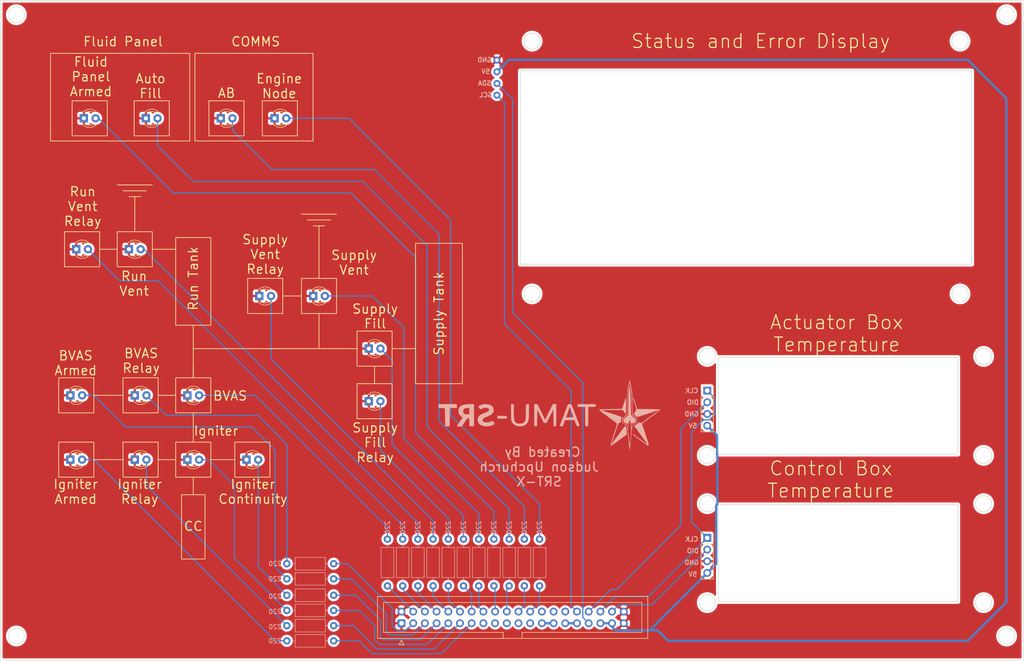
<source format=kicad_pcb>
(kicad_pcb (version 20211014) (generator pcbnew)

  (general
    (thickness 1.6)
  )

  (paper "User" 299.999 279.4)
  (layers
    (0 "F.Cu" signal)
    (31 "B.Cu" signal)
    (32 "B.Adhes" user "B.Adhesive")
    (33 "F.Adhes" user "F.Adhesive")
    (34 "B.Paste" user)
    (35 "F.Paste" user)
    (36 "B.SilkS" user "B.Silkscreen")
    (37 "F.SilkS" user "F.Silkscreen")
    (38 "B.Mask" user)
    (39 "F.Mask" user)
    (40 "Dwgs.User" user "User.Drawings")
    (41 "Cmts.User" user "User.Comments")
    (42 "Eco1.User" user "User.Eco1")
    (43 "Eco2.User" user "User.Eco2")
    (44 "Edge.Cuts" user)
    (45 "Margin" user)
    (46 "B.CrtYd" user "B.Courtyard")
    (47 "F.CrtYd" user "F.Courtyard")
    (48 "B.Fab" user)
    (49 "F.Fab" user)
    (50 "User.1" user)
    (51 "User.2" user)
    (52 "User.3" user)
    (53 "User.4" user)
    (54 "User.5" user)
    (55 "User.6" user)
    (56 "User.7" user)
    (57 "User.8" user)
    (58 "User.9" user)
  )

  (setup
    (stackup
      (layer "F.SilkS" (type "Top Silk Screen"))
      (layer "F.Paste" (type "Top Solder Paste"))
      (layer "F.Mask" (type "Top Solder Mask") (thickness 0.01))
      (layer "F.Cu" (type "copper") (thickness 0.035))
      (layer "dielectric 1" (type "core") (thickness 1.51) (material "FR4") (epsilon_r 4.5) (loss_tangent 0.02))
      (layer "B.Cu" (type "copper") (thickness 0.035))
      (layer "B.Mask" (type "Bottom Solder Mask") (thickness 0.01))
      (layer "B.Paste" (type "Bottom Solder Paste"))
      (layer "B.SilkS" (type "Bottom Silk Screen"))
      (copper_finish "None")
      (dielectric_constraints no)
    )
    (pad_to_mask_clearance 0)
    (pcbplotparams
      (layerselection 0x00010fc_ffffffff)
      (disableapertmacros false)
      (usegerberextensions true)
      (usegerberattributes true)
      (usegerberadvancedattributes true)
      (creategerberjobfile false)
      (svguseinch false)
      (svgprecision 6)
      (excludeedgelayer true)
      (plotframeref false)
      (viasonmask false)
      (mode 1)
      (useauxorigin false)
      (hpglpennumber 1)
      (hpglpenspeed 20)
      (hpglpendiameter 15.000000)
      (dxfpolygonmode true)
      (dxfimperialunits true)
      (dxfusepcbnewfont true)
      (psnegative false)
      (psa4output false)
      (plotreference true)
      (plotvalue true)
      (plotinvisibletext false)
      (sketchpadsonfab false)
      (subtractmaskfromsilk true)
      (outputformat 1)
      (mirror false)
      (drillshape 0)
      (scaleselection 1)
      (outputdirectory "Gerber Files/")
    )
  )

  (net 0 "")
  (net 1 "AB COMMS LED")
  (net 2 "Run Vent LED")
  (net 3 "Run Vent Relay LED")
  (net 4 "Supply Fill LED")
  (net 5 "Supply Fill Relay LED")
  (net 6 "Supply Vent LED")
  (net 7 "Supply Vent Relay LED")
  (net 8 "Auto Fill LED")
  (net 9 "Engine Node COMMS LED")
  (net 10 "Igniter Armed Line")
  (net 11 "Igniter LED")
  (net 12 "Igniter Relay LED")
  (net 13 "Igniter Continuity LED")
  (net 14 "BVAS Armed Line")
  (net 15 "BVAS LED")
  (net 16 "BVAS Relay LED")
  (net 17 "SDA")
  (net 18 "SCL")
  (net 19 "SCK")
  (net 20 "MOSI")
  (net 21 "MISO")
  (net 22 "+12V")
  (net 23 "+5V")
  (net 24 "GND")
  (net 25 "Control Box Temp 4 Digit")
  (net 26 "Actuator Box Temp 4 Digit")
  (net 27 "4 Digit CLK")
  (net 28 "unconnected-(J1-Pad15)")
  (net 29 "unconnected-(J1-Pad19)")
  (net 30 "unconnected-(J1-Pad21)")
  (net 31 "unconnected-(J1-Pad23)")
  (net 32 "unconnected-(J1-Pad17)")
  (net 33 "+3V3")
  (net 34 "Net-(R3-Pad2)")
  (net 35 "Net-(R4-Pad2)")
  (net 36 "Net-(R5-Pad2)")
  (net 37 "Net-(R6-Pad2)")
  (net 38 "Net-(R7-Pad2)")
  (net 39 "Net-(R8-Pad2)")
  (net 40 "Net-(R9-Pad2)")
  (net 41 "Net-(R18-Pad2)")
  (net 42 "Net-(R1-Pad2)")
  (net 43 "Net-(D10-Pad2)")
  (net 44 "Net-(R11-Pad2)")
  (net 45 "Net-(R12-Pad2)")
  (net 46 "Net-(D13-Pad2)")
  (net 47 "Net-(D14-Pad2)")
  (net 48 "Net-(R15-Pad2)")
  (net 49 "Net-(R16-Pad2)")
  (net 50 "Net-(R17-Pad2)")
  (net 51 "Fluid Panel Armed LED")

  (footprint "LED_THT:LED_D3.0mm" (layer "F.Cu") (at 80.1395 160.68))

  (footprint "LED_THT:LED_D3.0mm" (layer "F.Cu") (at 119.5095 147.98))

  (footprint "Test Specific Electronics:I2C_Display_20x4" (layer "F.Cu") (at 203.9645 95.148))

  (footprint "LED_THT:LED_D3.0mm" (layer "F.Cu") (at 87.3735 86.512))

  (footprint "LED_THT:LED_D3.0mm" (layer "F.Cu") (at 119.5095 136.55))

  (footprint "Connector_IDC:IDC-Header_2x20_P2.54mm_Vertical" (layer "F.Cu") (at 126.6215 196.2305 90))

  (footprint "LED_THT:LED_D3.0mm" (layer "F.Cu") (at 54.7345 160.68))

  (footprint "AV8_TEENSY:SRT_logo" (layer "F.Cu") (at 158.532 150.82))

  (footprint "LED_THT:LED_D3.0mm" (layer "F.Cu") (at 107.442 125.12))

  (footprint "LED_THT:LED_D3.0mm" (layer "F.Cu") (at 67.4395 114.96))

  (footprint "LED_THT:LED_D3.0mm" (layer "F.Cu") (at 68.7095 160.68))

  (footprint "LED_THT:LED_D3.0mm" (layer "F.Cu") (at 54.7345 146.71))

  (footprint "LED_THT:LED_D3.0mm" (layer "F.Cu") (at 57.658 86.512))

  (footprint "LED_THT:LED_D3.0mm" (layer "F.Cu") (at 80.1395 146.71))

  (footprint "LED_THT:LED_D3.0mm" (layer "F.Cu") (at 71.12 86.512))

  (footprint "LED_THT:LED_D3.0mm" (layer "F.Cu") (at 95.758 125.12))

  (footprint "LED_THT:LED_D3.0mm" (layer "F.Cu") (at 56.0095 114.96))

  (footprint "LED_THT:LED_D3.0mm" (layer "F.Cu") (at 92.964 160.68))

  (footprint "Test Specific Electronics:4 Digit Display" (layer "F.Cu") (at 192.4075 145.186))

  (footprint "LED_THT:LED_D3.0mm" (layer "F.Cu") (at 68.7095 146.71))

  (footprint "Test Specific Electronics:4 Digit Display" (layer "F.Cu") (at 192.4075 177.19))

  (footprint "LED_THT:LED_D3.0mm" (layer "F.Cu") (at 99.0575 86.512))

  (footprint "Resistor_THT:R_Axial_DIN0207_L6.3mm_D2.5mm_P10.16mm_Horizontal" (layer "B.Cu") (at 111.8895 190.144 180))

  (footprint "Resistor_THT:R_Axial_DIN0207_L6.3mm_D2.5mm_P10.16mm_Horizontal" (layer "B.Cu") (at 140.0835 188.112 90))

  (footprint "Resistor_THT:R_Axial_DIN0207_L6.3mm_D2.5mm_P10.16mm_Horizontal" (layer "B.Cu") (at 143.3855 188.112 90))

  (footprint "Resistor_THT:R_Axial_DIN0207_L6.3mm_D2.5mm_P10.16mm_Horizontal" (layer "B.Cu") (at 153.2915 188.112 90))

  (footprint "Resistor_THT:R_Axial_DIN0207_L6.3mm_D2.5mm_P10.16mm_Horizontal" (layer "B.Cu") (at 156.5935 188.112 90))

  (footprint "Resistor_THT:R_Axial_DIN0207_L6.3mm_D2.5mm_P10.16mm_Horizontal" (layer "B.Cu") (at 136.7815 188.112 90))

  (footprint "Resistor_THT:R_Axial_DIN0207_L6.3mm_D2.5mm_P10.16mm_Horizontal" (layer "B.Cu") (at 123.5735 188.112 90))

  (footprint "Resistor_THT:R_Axial_DIN0207_L6.3mm_D2.5mm_P10.16mm_Horizontal" (layer "B.Cu") (at 130.1775 188.112 90))

  (footprint "Resistor_THT:R_Axial_DIN0207_L6.3mm_D2.5mm_P10.16mm_Horizontal" (layer "B.Cu") (at 111.8895 183.286 180))

  (footprint "Resistor_THT:R_Axial_DIN0207_L6.3mm_D2.5mm_P10.16mm_Horizontal" (layer "B.Cu") (at 111.8895 196.748 180))

  (footprint "Resistor_THT:R_Axial_DIN0207_L6.3mm_D2.5mm_P10.16mm_Horizontal" (layer "B.Cu") (at 149.9895 188.112 90))

  (footprint "Resistor_THT:R_Axial_DIN0207_L6.3mm_D2.5mm_P10.16mm_Horizontal" (layer "B.Cu") (at 111.8895 186.588 180))

  (footprint "Resistor_THT:R_Axial_DIN0207_L6.3mm_D2.5mm_P10.16mm_Horizontal" (layer "B.Cu") (at 111.8895 200.05 180))

  (footprint "Resistor_THT:R_Axial_DIN0207_L6.3mm_D2.5mm_P10.16mm_Horizontal" (layer "B.Cu") (at 133.4795 188.112 90))

  (footprint "Resistor_THT:R_Axial_DIN0207_L6.3mm_D2.5mm_P10.16mm_Horizontal" (layer "B.Cu") (at 111.8895 193.446 180))

  (footprint "Resistor_THT:R_Axial_DIN0207_L6.3mm_D2.5mm_P10.16mm_Horizontal" (layer "B.Cu") (at 126.8755 188.112 90))

  (footprint "Resistor_THT:R_Axial_DIN0207_L6.3mm_D2.5mm_P10.16mm_Horizontal" (layer "B.Cu") (at 146.6875 188.112 90))

  (gr_rect (start 78.8695 168.3) (end 83.9495 182.27) (layer "F.SilkS") (width 0.15) (fill none) (tstamp 03c561ef-21bb-43ab-9d0f-0f70bf3da9b5))
  (gr_line (start 124.5895 136.55) (end 129.6695 136.55) (layer "F.SilkS") (width 0.15) (tstamp 08118e64-f275-4dab-a2f0-27d05a1b8563))
  (gr_line (start 81.4095 153.06) (end 81.4095 156.87) (layer "F.SilkS") (width 0.15) (tstamp 102e8e0b-bf5f-480f-92cb-d558514bd986))
  (gr_rect (start 104.902 121.31) (end 112.522 128.93) (layer "F.SilkS") (width 0.15) (fill none) (tstamp 130af9a5-cd3b-4bd0-879b-e501c4b74f4e))
  (gr_line (start 59.8195 160.68) (end 66.1695 160.68) (layer "F.SilkS") (width 0.15) (tstamp 1582e5a9-246f-4140-8e6c-24a0d73ff4f8))
  (gr_line (start 81.4095 136.55) (end 81.4095 131.47) (layer "F.SilkS") (width 0.15) (tstamp 1bd273ab-b191-4f5a-b4be-3a0fbef8e43b))
  (gr_rect (start 64.8995 111.15) (end 72.5195 118.77) (layer "F.SilkS") (width 0.15) (fill none) (tstamp 1c4276cc-c8df-4c42-83dd-bd79b4c6b6ea))
  (gr_line (start 108.712 121.31) (end 108.712 109.88) (layer "F.SilkS") (width 0.15) (tstamp 1d5bb86e-ac67-4c4e-a9a4-c13ef1140e64))
  (gr_rect (start 77.5995 142.9) (end 85.2195 150.52) (layer "F.SilkS") (width 0.15) (fill none) (tstamp 1e5b175a-13c1-4dac-a7ea-e9df09497e06))
  (gr_rect (start 90.424 156.87) (end 98.044 164.49) (layer "F.SilkS") (width 0.15) (fill none) (tstamp 2232be28-773d-4f19-9316-38d39af21493))
  (gr_rect (start 66.1695 156.87) (end 73.7895 164.49) (layer "F.SilkS") (width 0.15) (fill none) (tstamp 2363afc7-870f-4e00-a819-751d8dfd14f1))
  (gr_line (start 64.8995 100.99) (end 72.5195 100.99) (layer "F.SilkS") (width 0.15) (tstamp 2724317e-d1b5-40e3-b2d0-84d0f4828704))
  (gr_line (start 81.4095 142.9) (end 81.4095 136.55) (layer "F.SilkS") (width 0.15) (tstamp 2fb97815-9250-4df7-9f68-acf6b98c0c19))
  (gr_rect (start 52.1995 156.87) (end 59.8195 164.49) (layer "F.SilkS") (width 0.15) (fill none) (tstamp 321b0ac4-e386-4879-93b8-a67f47340bde))
  (gr_line (start 59.8195 146.71) (end 66.1695 146.71) (layer "F.SilkS") (width 0.15) (tstamp 3c0c28bb-12ff-429c-9c21-ce46897f0810))
  (gr_rect (start 52.1995 142.9) (end 59.8195 150.52) (layer "F.SilkS") (width 0.15) (fill none) (tstamp 3d369ee2-f7b4-4423-9dc8-174c4ba06170))
  (gr_rect (start 77.5995 156.87) (end 85.2195 164.49) (layer "F.SilkS") (width 0.15) (fill none) (tstamp 3fd5cda6-9292-4b9b-84a4-7f3b6bfae641))
  (gr_line (start 81.4095 142.9) (end 81.4095 140.36) (layer "F.SilkS") (width 0.15) (tstamp 40b68feb-c938-4263-8a2f-f8bebffe5447))
  (gr_line (start 116.9695 136.55) (end 114.4295 136.55) (layer "F.SilkS") (width 0.15) (tstamp 44921a62-c0c3-4ec4-97cc-a3732ba17f77))
  (gr_line (start 104.902 107.34) (end 112.522 107.34) (layer "F.SilkS") (width 0.15) (tstamp 44a43ca4-2134-48cc-b2f1-ef97215a9d7e))
  (gr_line (start 120.7795 142.9) (end 120.7795 144.17) (layer "F.SilkS") (width 0.15) (tstamp 497153dd-b2e0-457c-8e83-61c3b8414a4e))
  (gr_rect (start 55.118 82.702) (end 62.738 90.322) (layer "F.SilkS") (width 0.15) (fill none) (tstamp 546820de-2ea8-4f4d-aa68-5cb70f25162b))
  (gr_line (start 100.838 125.12) (end 104.902 125.12) (layer "F.SilkS") (width 0.15) (tstamp 5545c60f-8a48-4488-9edd-c3bf66cc8b2b))
  (gr_rect (start 116.9695 144.17) (end 124.5895 151.79) (layer "F.SilkS") (width 0.15) (fill none) (tstamp 596e71bb-f66f-4a2c-a14c-6038513a3919))
  (gr_line (start 106.172 108.61) (end 111.252 108.61) (layer "F.SilkS") (width 0.15) (tstamp 5d25ea2e-3f49-4f42-9f12-3bfb059cc3de))
  (gr_rect (start 96.3955 82.702) (end 104.0155 90.322) (layer "F.SilkS") (width 0.15) (fill none) (tstamp 672a2b59-c8a9-49d8-9498-e325a08379ca))
  (gr_line (start 108.712 136.55) (end 108.712 128.93) (layer "F.SilkS") (width 0.15) (tstamp 722553a6-4e95-47d2-9193-de3ea4c090ea))
  (gr_rect (start 77.5995 112.42) (end 85.2195 131.47) (layer "F.SilkS") (width 0.15) (fill none) (tstamp 815b3097-31a8-4d14-8c5a-a4f943111465))
  (gr_line (start 73.7895 160.68) (end 77.5995 160.68) (layer "F.SilkS") (width 0.15) (tstamp 8a9dad05-a091-47c8-9252-c6fd15dbc17a))
  (gr_rect (start 50.4215 72.39) (end 80.6475 91.44) (layer "F.SilkS") (width 0.15) (fill none) (tstamp 8e068d9e-c3d2-4f60-a715-c3cd2e351181))
  (gr_line (start 67.4395 103.53) (end 69.9795 103.53) (layer "F.SilkS") (width 0.15) (tstamp 9024c21d-b4ee-4138-9453-33532cac7267))
  (gr_rect (start 84.813539 82.702) (end 92.433539 90.322) (layer "F.SilkS") (width 0.15) (fill none) (tstamp 92333b2a-ad23-478c-b0c0-c57addeae900))
  (gr_rect (start 66.1695 142.9) (end 73.7895 150.52) (layer "F.SilkS") (width 0.15) (fill none) (tstamp 92ca1a85-64a1-4ada-8105-133075b9ce61))
  (gr_rect (start 53.4695 111.15) (end 61.0895 118.77) (layer "F.SilkS") (width 0.15) (fill none) (tstamp 9372c12b-a3bb-4a7a-a780-003008082b6a))
  (gr_line (start 68.7095 111.15) (end 68.7095 103.53) (layer "F.SilkS") (width 0.15) (tstamp 93e3100a-d06c-45cc-8e91-707fb7125913))
  (gr_line (start 66.1695 102.26) (end 71.2495 102.26) (layer "F.SilkS") (width 0.15) (tstamp 9487f2b2-6f93-4929-959c-0258190985a0))
  (gr_rect (start 116.9695 132.74) (end 124.5895 140.36) (layer "F.SilkS") (width 0.15) (fill none) (tstamp 98115a42-8e40-4e90-968e-b94f8bdbf07f))
  (gr_line (start 81.4095 165.76) (end 81.4095 168.3) (layer "F.SilkS") (width 0.15) (tstamp 9916244c-ffd2-4f7c-8fda-9c866019e9e8))
  (gr_line (start 61.0895 114.96) (end 64.8995 114.96) (layer "F.SilkS") (width 0.15) (tstamp 9faa0150-9fba-4574-8b82-a3faf59ea714))
  (gr_line (start 81.4095 165.76) (end 81.4095 164.49) (layer "F.SilkS") (width 0.15) (tstamp a2d91b76-33c4-448b-9d51-257e3b45fec8))
  (gr_rect (start 81.765539 72.39) (end 107.419539 91.44) (layer "F.SilkS") (width 0.15) (fill none) (tstamp aebdd355-2ff5-4fcb-acd2-68ab1c88ff72))
  (gr_line (start 120.7795 142.9) (end 120.7795 140.36) (layer "F.SilkS") (width 0.15) (tstamp af0c2ef4-be47-4302-93ec-68840d4b1a24))
  (gr_rect (start 68.58 82.702) (end 76.2 90.322) (layer "F.SilkS") (width 0.15) (fill none) (tstamp bea701a7-f3a9-4a82-8252-21cde2300891))
  (gr_line (start 73.7895 146.71) (end 77.5995 146.71) (layer "F.SilkS") (width 0.15) (tstamp bebd8ed9-c566-4f26-a7d3-a70be1faba4a))
  (gr_line (start 85.2195 160.68) (end 90.424 160.68) (layer "F.SilkS") (width 0.15) (tstamp c21aaf1e-8a30-4b82-a098-eed571e31169))
  (gr_line (start 107.442 109.88) (end 109.982 109.88) (layer "F.SilkS") (width 0.15) (tstamp c51372d4-aa18-4bf3-9a4d-13433a34cf16))
  (gr_line (start 100.4595 136.55) (end 81.4095 136.55) (layer "F.SilkS") (width 0.15) (tstamp cf5a300d-aa42-4828-a35d-33cf493e666d))
  (gr_rect (start 129.6695 113.69) (end 139.8295 144.17) (layer "F.SilkS") (width 0.15) (fill none) (tstamp e247c30e-fdca-4daf-9310-256422d1640e))
  (gr_line (start 77.5995 114.96) (end 72.5195 114.96) (layer "F.SilkS") (width 0.15) (tstamp ea3207b8-b074-4d45-aa61-b12bd3d3cdb3))
  (gr_rect (start 93.218 121.31) (end 100.838 128.93) (layer "F.SilkS") (width 0.15) (fill none) (tstamp f57317e8-5c10-4425-a581-f4be37d0d41b))
  (gr_line (start 114.4295 136.55) (end 97.282 136.55) (layer "F.SilkS") (width 0.15) (tstamp f69bd9eb-1e30-4aab-8000-ce9bfde7c71c))
  (gr_line (start 81.4095 153.06) (end 81.4095 150.52) (layer "F.SilkS") (width 0.15) (tstamp fb214640-db3c-4e58-a22e-9761911edeff))
  (gr_circle locked (center 258 64) (end 258 65.75) (layer "Edge.Cuts") (width 0.1) (fill none) (tstamp 00309b94-f922-450b-92be-83a51b1efcf6))
  (gr_circle locked (center 43 199) (end 43 197.25) (layer "Edge.Cuts") (width 0.1) (fill none) (tstamp 384c15f4-b7d1-4d19-b902-88ab1f89a461))
  (gr_circle locked (center 43 64) (end 43 65.75) (layer "Edge.Cuts") (width 0.1) (fill none) (tstamp 538b6199-8265-4389-ae14-1e924a766bf6))
  (gr_circle locked (center 258 199) (end 258 200.75) (layer "Edge.Cuts") (width 0.1) (fill none) (tstamp 91cdc857-6c4b-4bf5-851b-d828d68967d3))
  (gr_rect (start 39.4995 60.858) (end 261.7495 204.368) (layer "Edge.Cuts") (width 0.1) (fill none) (tstamp b51b369a-e919-4802-9371-4001ae72a889))
  (gr_text "Created By \nJudson Upchurch\nSRT-X" (at 156.5 162.25) (layer "B.SilkS") (tstamp 00045c8d-8c80-4187-a31b-46be80593635)
    (effects (font (size 2 2) (thickness 0.3)) (justify mirror))
  )
  (gr_text "5V" (at 189.8675 185.572) (layer "B.SilkS") (tstamp 0979acd6-0f55-4811-b04a-f40316409c89)
    (effects (font (size 1 1) (thickness 0.2)) (justify mirror))
  )
  (gr_text "GND" (at 189.6135 183.032) (layer "B.SilkS") (tstamp 2dc02096-d1ac-4c6b-9b72-22ecd2931b32)
    (effects (font (size 1 1) (thickness 0.2)) (justify mirror))
  )
  (gr_text "GND" (at 144.6555 73.812) (layer "B.SilkS") (tstamp 3f9a897b-ddef-47d6-8a9e-fe6688600167)
    (effects (font (size 1 1) (thickness 0.2)) (justify mirror))
  )
  (gr_text "5V" (at 189.8675 153.314) (layer "B.SilkS") (tstamp 4834063d-3f34-4d81-998b-d51a86ca7474)
    (effects (font (size 1 1) (thickness 0.2)) (justify mirror))
  )
  (gr_text "DIO" (at 189.8675 180.492) (layer "B.SilkS") (tstamp 59b7c43f-02ea-4f1b-a837-9b89357e82b7)
    (effects (font (size 1 1) (thickness 0.2)) (justify mirror))
  )
  (gr_text "GND" (at 189.6135 150.774) (layer "B.SilkS") (tstamp 62efa718-059c-4611-b13c-46a56be544ef)
    (effects (font (size 1 1) (thickness 0.2)) (justify mirror))
  )
  (gr_text "5V" (at 144.9095 76.352) (layer "B.SilkS") (tstamp 6694a883-e595-4140-bbf4-c7bc37bbe3a9)
    (effects (font (size 1 1) (thickness 0.2)) (justify mirror))
  )
  (gr_text "CLK" (at 189.6135 177.952) (layer "B.SilkS") (tstamp 6b91c22c-2c0e-4944-b9fe-bcb5328c66d3)
    (effects (font (size 1 1) (thickness 0.2)) (justify mirror))
  )
  (gr_text "CLK" (at 189.6135 145.694) (layer "B.SilkS") (tstamp 9077845a-e8d8-4d97-b5ee-d57136d0315c)
    (effects (font (size 1 1) (thickness 0.2)) (justify mirror))
  )
  (gr_text "SCL" (at 144.9095 81.432) (layer "B.SilkS") (tstamp 90874d4c-2e5c-4e90-90e7-059af8ea2203)
    (effects (font (size 1 1) (thickness 0.2)) (justify mirror))
  )
  (gr_text "SDA" (at 144.6555 78.892) (layer "B.SilkS") (tstamp a18b5d5c-39d8-48fc-8386-85f66225b6fa)
    (effects (font (size 1 1) (thickness 0.2)) (justify mirror))
  )
  (gr_text "DIO" (at 189.8675 148.234) (layer "B.SilkS") (tstamp b9e04978-880a-47f1-b2e1-0df8a57f8fed)
    (effects (font (size 1 1) (thickness 0.2)) (justify mirror))
  )
  (gr_text "Supply\nFill\n" (at 120.904 129.54) (layer "F.SilkS") (tstamp 0abb6fbb-8829-4b0a-81da-8b2219ab6ff1)
    (effects (font (size 2 2) (thickness 0.25)))
  )
  (gr_text "Supply\nVent\nRelay" (at 97.028 116.078) (layer "F.SilkS") (tstamp 0bbbf8f4-4588-471c-a06d-dd872f7c28cc)
    (effects (font (size 2 2) (thickness 0.25)))
  )
  (gr_text "Auto\nFill" (at 72.136 79.502) (layer "F.SilkS") (tstamp 79861066-2d20-4db4-b799-d846580321b0)
    (effects (font (size 2 2) (thickness 0.25)))
  )
  (gr_text "Actuator Box\nTemperature" (at 221.1095 133.248) (layer "F.SilkS") (tstamp 7c411837-617d-44ae-a0f9-16cc165322c9)
    (effects (font (size 3 3) (thickness 0.25)))
  )
  (gr_text "BVAS\nArmed" (at 55.88 139.7) (layer "F.SilkS") (tstamp 846323f9-86a3-42eb-ac62-1d8eb1f97c0d)
    (effects (font (size 2 2) (thickness 0.25)))
  )
  (gr_text "Run Tank" (at 81.4095 121.31 90) (layer "F.SilkS") (tstamp 8e312cea-4191-40af-917f-831b68c52259)
    (effects (font (size 2 2) (thickness 0.25)))
  )
  (gr_text "CC" (at 81.4095 175.158) (layer "F.SilkS") (tstamp 9376cafd-a9cf-4943-9bb7-38ad8a07e54c)
    (effects (font (size 2 2) (thickness 0.25)))
  )
  (gr_text "Fluid\nPanel\nArmed" (at 59.187 77.47) (layer "F.SilkS") (tstamp 95803b2b-c73a-4ed4-a13c-f9b82eb65b13)
    (effects (font (size 2 2) (thickness 0.25)))
  )
  (gr_text "Supply\nFill\nRelay" (at 120.904 156.972) (layer "F.SilkS") (tstamp 981f6cdd-b282-4b62-9a54-fbcf770bdade)
    (effects (font (size 2 2) (thickness 0.25)))
  )
  (gr_text "Supply Tank" (at 134.7495 128.93 90) (layer "F.SilkS") (tstamp 98d136f7-7cdd-4157-96f9-2a9a3e989432)
    (effects (font (size 2 2) (thickness 0.25)))
  )
  (gr_text "Supply\nVent" (at 116.332 117.856) (layer "F.SilkS") (tstamp 9f5c1f36-bb4e-4f7b-9d37-ece9414bb6eb)
    (effects (font (size 2 2) (thickness 0.25)))
  )
  (gr_text "COMMS" (at 94.973539 69.85) (layer "F.SilkS") (tstamp a1e93ae5-3ba3-4f97-9b30-07e8f63f9531)
    (effects (font (size 2 2) (thickness 0.25)))
  )
  (gr_text "Igniter\nArmed" (at 55.88 167.64) (layer "F.SilkS") (tstamp a2246317-1364-4f3d-8246-1294fe814acb)
    (effects (font (size 2 2) (thickness 0.25)))
  )
  (gr_text "Fluid Panel" (at 66.1695 69.85) (layer "F.SilkS") (tstamp a2a70839-22db-4de0-89a6-cb419a9eb186)
    (effects (font (size 2 2) (thickness 0.25)))
  )
  (gr_text "Engine\nNode" (at 100.076 79.502) (layer "F.SilkS") (tstamp aeb7b9ca-db5b-48f4-adb3-0cf86bd04477)
    (effects (font (size 2 2) (thickness 0.25)))
  )
  (gr_text "BVAS\nRelay" (at 70.104 139.192) (layer "F.SilkS") (tstamp bad53d81-b7e3-4fd7-b811-a6114ad5a908)
    (effects (font (size 2 2) (thickness 0.25)))
  )
  (gr_text "Igniter\nContinuity" (at 94.3585 167.64) (layer "F.SilkS") (tstamp cfc623e4-0b68-4f93-bc64-a29cab64b3bb)
    (effects (font (size 2 2) (thickness 0.25)))
  )
  (gr_text "Control Box\nTemperature" (at 219.8395 164.998) (layer "F.SilkS") (tstamp d14480c7-6698-4dac-b408-9c20b8d9b2a3)
    (effects (font (size 3 3) (thickness 0.25)))
  )
  (gr_text "Run\nVent\n" (at 68.58 122.428) (layer "F.SilkS") (tstamp d60edc68-a9fe-4c72-b7f3-982118678249)
    (effects (font (size 2 2) (thickness 0.25)))
  )
  (gr_text "Status and Error Display" (at 204.5995 69.748) (layer "F.SilkS") (tstamp d9b9dc34-2281-4e93-bdfc-d81e49377af7)
    (effects (font (size 3 3) (thickness 0.25)))
  )
  (gr_text "Run\nVent\nRelay" (at 57.404 105.664) (layer "F.SilkS") (tstamp e1a7aafd-96e6-4261-ab38-34ca41642cc9)
    (effects (font (size 2 2) (thickness 0.25)))
  )
  (gr_text "Igniter\nRelay" (at 69.774 167.64) (layer "F.SilkS") (tstamp ec864c7c-df10-4578-b5dd-db62ab6fc003)
    (effects (font (size 2 2) (thickness 0.25)))
  )

  (segment (start 152.0215 193.6905) (end 153.2915 192.4205) (width 0.25) (layer "B.Cu") (net 1) (tstamp ac71b7c4-3f57-4395-930b-1f0be0d63997))
  (segment (start 153.2915 192.4205) (end 153.2915 188.112) (width 0.25) (layer "B.Cu") (net 1) (tstamp afacdcf8-e792-4fcf-8bd9-f11774bf709e))
  (segment (start 130.1775 189.6265) (end 130.1775 188.112) (width 0.25) (layer "B.Cu") (net 2) (tstamp bae9c36e-5545-4841-8016-f8bedaec0d7e))
  (segment (start 134.2415 193.6905) (end 130.1775 189.6265) (width 0.25) (layer "B.Cu") (net 2) (tstamp c6e491e0-f63c-4fa7-a28e-fb10cc75d7ab))
  (segment (start 126.8755 188.8645) (end 126.8755 188.112) (width 0.25) (layer "B.Cu") (net 3) (tstamp 03bd83d7-f5b8-45cb-a909-7861979ee585))
  (segment (start 131.7015 193.6905) (end 126.8755 188.8645) (width 0.25) (layer "B.Cu") (net 3) (tstamp 8b7e371d-52a9-4ffb-ab7c-c377c1fc0813))
  (segment (start 141.8615 189.89) (end 140.0835 188.112) (width 0.25) (layer "B.Cu") (net 4) (tstamp 5a2b8ca1-072b-4850-85ec-735397a49e61))
  (segment (start 141.8615 193.6905) (end 141.8615 189.89) (width 0.25) (layer "B.Cu") (net 4) (tstamp 8762b643-e403-4d6e-ba8e-4b9fa60cf8d9))
  (segment (start 136.7815 191.1505) (end 136.7815 188.112) (width 0.25) (layer "B.Cu") (net 5) (tstamp b7cfe4bb-3958-499a-8af7-d584f8be30d8))
  (segment (start 139.3215 193.6905) (end 136.7815 191.1505) (width 0.25) (layer "B.Cu") (net 5) (tstamp e945f57a-83f0-4255-909e-04d2c88edfea))
  (segment (start 144.4015 193.6905) (end 143.3855 192.6745) (width 0.25) (layer "B.Cu") (net 6) (tstamp b9e07f3a-cfd8-440d-b2cb-ab86f825bb32))
  (segment (start 143.3855 192.6745) (end 143.3855 188.112) (width 0.25) (layer "B.Cu") (net 6) (tstamp e9556037-5db0-4bb8-a7ad-d172c87aa677))
  (segment (start 133.4795 190.3885) (end 133.4795 188.112) (width 0.25) (layer "B.Cu") (net 7) (tstamp bca856f5-3c0d-45b9-992f-d092a5c5064b))
  (segment (start 136.7815 193.6905) (end 133.4795 190.3885) (width 0.25) (layer "B.Cu") (net 7) (tstamp ecf404e6-caaf-472c-809e-0021cbeff392))
  (segment (start 149.4815 193.6905) (end 149.4815 188.62) (width 0.25) (layer "B.Cu") (net 8) (tstamp a00cebc0-40ec-4e14-b38e-a421b6e8c913))
  (segment (start 149.4815 188.62) (end 149.9895 188.112) (width 0.25) (layer "B.Cu") (net 8) (tstamp f6d245e9-d020-4fb2-aee4-af109251a8ed))
  (segment (start 154.5615 193.6905) (end 156.5935 191.6585) (width 0.25) (layer "B.Cu") (net 9) (tstamp bb8f48e5-708b-4f04-833f-b62d427dcbd6))
  (segment (start 156.5935 191.6585) (end 156.5935 188.112) (width 0.25) (layer "B.Cu") (net 9) (tstamp e13288e8-93d0-4352-8a75-7ff0814cfa99))
  (segment (start 111.8895 200.05) (end 117.4775 200.05) (width 0.25) (layer "B.Cu") (net 10) (tstamp 4b563f1e-d255-4c13-8b1b-77da5a759667))
  (segment (start 120.2715 202.844) (end 135.248 202.844) (width 0.25) (layer "B.Cu") (net 10) (tstamp a962bcd5-0bc2-4157-b40a-05e19cbdb34d))
  (segment (start 135.248 202.844) (end 141.8615 196.2305) (width 0.25) (layer "B.Cu") (net 10) (tstamp e481f026-ca7e-4689-82e6-9bda895d2160))
  (segment (start 117.4775 200.05) (end 120.2715 202.844) (width 0.25) (layer "B.Cu") (net 10) (tstamp f9bed2a1-8589-4760-97fb-7a658bdacee7))
  (segment (start 121.7955 200.812) (end 132.2 200.812) (width 0.25) (layer "B.Cu") (net 11) (tstamp 3575d2da-000d-490e-9c4f-a71cdc13486d))
  (segment (start 120.7795 199.796) (end 121.7955 200.812) (width 0.25) (layer "B.Cu") (net 11) (tstamp 6cacb770-c697-4152-8886-bbf34b2845d1))
  (segment (start 117.4775 193.446) (end 120.7795 196.748) (width 0.25) (layer "B.Cu") (net 11) (tstamp 70c2aed9-778a-4ee1-b024-2c5167a1eaf9))
  (segment (start 111.8895 193.446) (end 117.4775 193.446) (width 0.25) (layer "B.Cu") (net 11) (tstamp 79e13911-73f8-42e0-84e9-86974f52d43a))
  (segment (start 132.2 200.812) (end 136.7815 196.2305) (width 0.25) (layer "B.Cu") (net 11) (tstamp d59e49ae-c1db-4e9f-908b-45b8b12c0e8a))
  (segment (start 120.7795 196.748) (end 120.7795 199.796) (width 0.25) (layer "B.Cu") (net 11) (tstamp fbc75d7e-5a88-493d-b4e8-5ea7deacf367))
  (segment (start 121.2875 201.828) (end 116.2075 196.748) (width 0.25) (layer "B.Cu") (net 12) (tstamp 0e511091-1028-436e-90cc-f45348429b74))
  (segment (start 116.2075 196.748) (end 111.8895 196.748) (width 0.25) (layer "B.Cu") (net 12) (tstamp 143a03ec-e7ac-44e2-b762-940f482016e8))
  (segment (start 133.724 201.828) (end 121.2875 201.828) (width 0.25) (layer "B.Cu") (net 12) (tstamp 58b4d2a6-95a1-4505-a7be-cff0232146e7))
  (segment (start 139.3215 196.2305) (end 133.724 201.828) (width 0.25) (layer "B.Cu") (net 12) (tstamp c784860b-6846-42b6-bc19-2c445e09fb34))
  (segment (start 130.676 199.796) (end 134.2415 196.2305) (width 0.25) (layer "B.Cu") (net 13) (tstamp 59f41b14-3a47-4d70-a094-929f419bf5e5))
  (segment (start 122.5575 199.796) (end 130.676 199.796) (width 0.25) (layer "B.Cu") (net 13) (tstamp 8a81ef34-848d-476e-8dde-517d8da7b706))
  (segment (start 122.0495 195.478) (end 122.0495 199.288) (width 0.25) (layer "B.Cu") (net 13) (tstamp bf01f3a5-dc6c-4e70-b78b-3b33947d6670))
  (segment (start 116.7155 190.144) (end 122.0495 195.478) (width 0.25) (layer "B.Cu") (net 13) (tstamp ca7f7b53-41d1-4175-9729-62da03979633))
  (segment (start 122.0495 199.288) (end 122.5575 199.796) (width 0.25) (layer "B.Cu") (net 13) (tstamp e77a8aa9-645a-4774-9d9c-30aa2b094cd0))
  (segment (start 111.8895 190.144) (end 116.7155 190.144) (width 0.25) (layer "B.Cu") (net 13) (tstamp ffd72989-0e9f-403a-affc-59ed00d6244d))
  (segment (start 124.0815 198.78) (end 123.3195 198.018) (width 0.25) (layer "B.Cu") (net 14) (tstamp 4b0e3e15-ea11-410a-9a39-52f3fa0dd0a3))
  (segment (start 123.3195 194.208) (end 115.6995 186.588) (width 0.25) (layer "B.Cu") (net 14) (tstamp 7145e6ee-0eb4-4a2b-a75c-6945eaad00e3))
  (segment (start 129.152 198.78) (end 124.0815 198.78) (width 0.25) (layer "B.Cu") (net 14) (tstamp 73356877-abf5-4d16-8510-6ac4da8cb89e))
  (segment (start 123.3195 198.018) (end 123.3195 194.208) (width 0.25) (layer "B.Cu") (net 14) (tstamp afe51ca9-21b6-4493-bcbd-2cd8c60c15c4))
  (segment (start 115.6995 186.588) (end 111.8895 186.588) (width 0.25) (layer "B.Cu") (net 14) (tstamp b70dede7-f0fd-408b-b065-170d89f14201))
  (segment (start 131.7015 196.2305) (end 129.152 198.78) (width 0.25) (layer "B.Cu") (net 14) (tstamp d3da1acf-a60c-4e1a-b864-8ffd8c46ddf7))
  (segment (start 123.583 188
... [432747 chars truncated]
</source>
